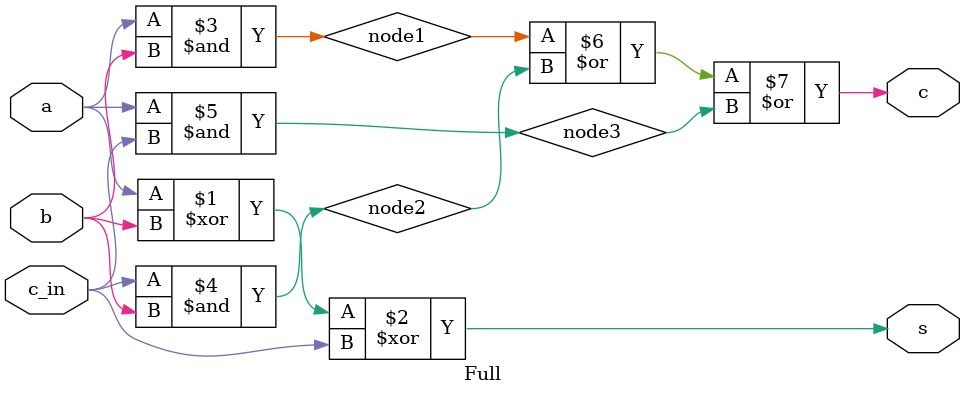
<source format=v>
`timescale 1ns / 1ps

module Full(a,b,c_in,s,c);
input a,b,c_in;
wire node1,node2,node3;
output s,c;

xor(s,a,b,c_in);
and(node1,a,b);
and(node2,c_in,b);
and(node3,a,c_in);

or(c,node1,node2,node3);

endmodule
</source>
